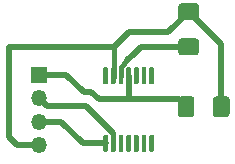
<source format=gbr>
%TF.GenerationSoftware,KiCad,Pcbnew,(5.1.6)-1*%
%TF.CreationDate,2020-09-29T17:07:27-07:00*%
%TF.ProjectId,TSSOP16 Breakout,5453534f-5031-4362-9042-7265616b6f75,rev?*%
%TF.SameCoordinates,Original*%
%TF.FileFunction,Copper,L1,Top*%
%TF.FilePolarity,Positive*%
%FSLAX46Y46*%
G04 Gerber Fmt 4.6, Leading zero omitted, Abs format (unit mm)*
G04 Created by KiCad (PCBNEW (5.1.6)-1) date 2020-09-29 17:07:27*
%MOMM*%
%LPD*%
G01*
G04 APERTURE LIST*
%TA.AperFunction,ComponentPad*%
%ADD10R,1.350000X1.350000*%
%TD*%
%TA.AperFunction,ComponentPad*%
%ADD11O,1.350000X1.350000*%
%TD*%
%TA.AperFunction,Conductor*%
%ADD12C,0.381000*%
%TD*%
%TA.AperFunction,Conductor*%
%ADD13C,0.508000*%
%TD*%
G04 APERTURE END LIST*
%TO.P,C1,1*%
%TO.N,Net-(C1-Pad1)*%
%TA.AperFunction,SMDPad,CuDef*%
G36*
G01*
X156550000Y-102225000D02*
X156550000Y-100975000D01*
G75*
G02*
X156800000Y-100725000I250000J0D01*
G01*
X157725000Y-100725000D01*
G75*
G02*
X157975000Y-100975000I0J-250000D01*
G01*
X157975000Y-102225000D01*
G75*
G02*
X157725000Y-102475000I-250000J0D01*
G01*
X156800000Y-102475000D01*
G75*
G02*
X156550000Y-102225000I0J250000D01*
G01*
G37*
%TD.AperFunction*%
%TO.P,C1,2*%
%TO.N,Net-(C1-Pad2)*%
%TA.AperFunction,SMDPad,CuDef*%
G36*
G01*
X159525000Y-102225000D02*
X159525000Y-100975000D01*
G75*
G02*
X159775000Y-100725000I250000J0D01*
G01*
X160700000Y-100725000D01*
G75*
G02*
X160950000Y-100975000I0J-250000D01*
G01*
X160950000Y-102225000D01*
G75*
G02*
X160700000Y-102475000I-250000J0D01*
G01*
X159775000Y-102475000D01*
G75*
G02*
X159525000Y-102225000I0J250000D01*
G01*
G37*
%TD.AperFunction*%
%TD*%
%TO.P,C2,2*%
%TO.N,Net-(C1-Pad2)*%
%TA.AperFunction,SMDPad,CuDef*%
G36*
G01*
X158105000Y-94257500D02*
X156855000Y-94257500D01*
G75*
G02*
X156605000Y-94007500I0J250000D01*
G01*
X156605000Y-93082500D01*
G75*
G02*
X156855000Y-92832500I250000J0D01*
G01*
X158105000Y-92832500D01*
G75*
G02*
X158355000Y-93082500I0J-250000D01*
G01*
X158355000Y-94007500D01*
G75*
G02*
X158105000Y-94257500I-250000J0D01*
G01*
G37*
%TD.AperFunction*%
%TO.P,C2,1*%
%TO.N,Net-(C2-Pad1)*%
%TA.AperFunction,SMDPad,CuDef*%
G36*
G01*
X158105000Y-97232500D02*
X156855000Y-97232500D01*
G75*
G02*
X156605000Y-96982500I0J250000D01*
G01*
X156605000Y-96057500D01*
G75*
G02*
X156855000Y-95807500I250000J0D01*
G01*
X158105000Y-95807500D01*
G75*
G02*
X158355000Y-96057500I0J-250000D01*
G01*
X158355000Y-96982500D01*
G75*
G02*
X158105000Y-97232500I-250000J0D01*
G01*
G37*
%TD.AperFunction*%
%TD*%
D10*
%TO.P,J1,1*%
%TO.N,Net-(C1-Pad1)*%
X144780000Y-98870000D03*
D11*
%TO.P,J1,2*%
%TO.N,Net-(J1-Pad2)*%
X144780000Y-100870000D03*
%TO.P,J1,3*%
%TO.N,Net-(J1-Pad3)*%
X144780000Y-102870000D03*
%TO.P,J1,4*%
%TO.N,Net-(C1-Pad2)*%
X144780000Y-104870000D03*
%TD*%
%TO.P,U1,1*%
%TO.N,Net-(J1-Pad3)*%
%TA.AperFunction,SMDPad,CuDef*%
G36*
G01*
X150550000Y-105435001D02*
X150350000Y-105435001D01*
G75*
G02*
X150250000Y-105335001I0J100000D01*
G01*
X150250000Y-104060001D01*
G75*
G02*
X150350000Y-103960001I100000J0D01*
G01*
X150550000Y-103960001D01*
G75*
G02*
X150650000Y-104060001I0J-100000D01*
G01*
X150650000Y-105335001D01*
G75*
G02*
X150550000Y-105435001I-100000J0D01*
G01*
G37*
%TD.AperFunction*%
%TO.P,U1,2*%
%TO.N,Net-(J1-Pad2)*%
%TA.AperFunction,SMDPad,CuDef*%
G36*
G01*
X151200000Y-105435001D02*
X151000000Y-105435001D01*
G75*
G02*
X150900000Y-105335001I0J100000D01*
G01*
X150900000Y-104060001D01*
G75*
G02*
X151000000Y-103960001I100000J0D01*
G01*
X151200000Y-103960001D01*
G75*
G02*
X151300000Y-104060001I0J-100000D01*
G01*
X151300000Y-105335001D01*
G75*
G02*
X151200000Y-105435001I-100000J0D01*
G01*
G37*
%TD.AperFunction*%
%TO.P,U1,3*%
%TO.N,Net-(U1-Pad3)*%
%TA.AperFunction,SMDPad,CuDef*%
G36*
G01*
X151850000Y-105435001D02*
X151650000Y-105435001D01*
G75*
G02*
X151550000Y-105335001I0J100000D01*
G01*
X151550000Y-104060001D01*
G75*
G02*
X151650000Y-103960001I100000J0D01*
G01*
X151850000Y-103960001D01*
G75*
G02*
X151950000Y-104060001I0J-100000D01*
G01*
X151950000Y-105335001D01*
G75*
G02*
X151850000Y-105435001I-100000J0D01*
G01*
G37*
%TD.AperFunction*%
%TO.P,U1,4*%
%TO.N,Net-(U1-Pad4)*%
%TA.AperFunction,SMDPad,CuDef*%
G36*
G01*
X152500000Y-105435001D02*
X152300000Y-105435001D01*
G75*
G02*
X152200000Y-105335001I0J100000D01*
G01*
X152200000Y-104060001D01*
G75*
G02*
X152300000Y-103960001I100000J0D01*
G01*
X152500000Y-103960001D01*
G75*
G02*
X152600000Y-104060001I0J-100000D01*
G01*
X152600000Y-105335001D01*
G75*
G02*
X152500000Y-105435001I-100000J0D01*
G01*
G37*
%TD.AperFunction*%
%TO.P,U1,5*%
%TO.N,Net-(U1-Pad5)*%
%TA.AperFunction,SMDPad,CuDef*%
G36*
G01*
X153150000Y-105435001D02*
X152950000Y-105435001D01*
G75*
G02*
X152850000Y-105335001I0J100000D01*
G01*
X152850000Y-104060001D01*
G75*
G02*
X152950000Y-103960001I100000J0D01*
G01*
X153150000Y-103960001D01*
G75*
G02*
X153250000Y-104060001I0J-100000D01*
G01*
X153250000Y-105335001D01*
G75*
G02*
X153150000Y-105435001I-100000J0D01*
G01*
G37*
%TD.AperFunction*%
%TO.P,U1,6*%
%TO.N,Net-(U1-Pad6)*%
%TA.AperFunction,SMDPad,CuDef*%
G36*
G01*
X153800000Y-105435001D02*
X153600000Y-105435001D01*
G75*
G02*
X153500000Y-105335001I0J100000D01*
G01*
X153500000Y-104060001D01*
G75*
G02*
X153600000Y-103960001I100000J0D01*
G01*
X153800000Y-103960001D01*
G75*
G02*
X153900000Y-104060001I0J-100000D01*
G01*
X153900000Y-105335001D01*
G75*
G02*
X153800000Y-105435001I-100000J0D01*
G01*
G37*
%TD.AperFunction*%
%TO.P,U1,7*%
%TO.N,Net-(U1-Pad7)*%
%TA.AperFunction,SMDPad,CuDef*%
G36*
G01*
X154450000Y-105435001D02*
X154250000Y-105435001D01*
G75*
G02*
X154150000Y-105335001I0J100000D01*
G01*
X154150000Y-104060001D01*
G75*
G02*
X154250000Y-103960001I100000J0D01*
G01*
X154450000Y-103960001D01*
G75*
G02*
X154550000Y-104060001I0J-100000D01*
G01*
X154550000Y-105335001D01*
G75*
G02*
X154450000Y-105435001I-100000J0D01*
G01*
G37*
%TD.AperFunction*%
%TO.P,U1,8*%
%TO.N,Net-(U1-Pad8)*%
%TA.AperFunction,SMDPad,CuDef*%
G36*
G01*
X154450000Y-99710001D02*
X154250000Y-99710001D01*
G75*
G02*
X154150000Y-99610001I0J100000D01*
G01*
X154150000Y-98335001D01*
G75*
G02*
X154250000Y-98235001I100000J0D01*
G01*
X154450000Y-98235001D01*
G75*
G02*
X154550000Y-98335001I0J-100000D01*
G01*
X154550000Y-99610001D01*
G75*
G02*
X154450000Y-99710001I-100000J0D01*
G01*
G37*
%TD.AperFunction*%
%TO.P,U1,9*%
%TO.N,Net-(U1-Pad9)*%
%TA.AperFunction,SMDPad,CuDef*%
G36*
G01*
X153800000Y-99710001D02*
X153600000Y-99710001D01*
G75*
G02*
X153500000Y-99610001I0J100000D01*
G01*
X153500000Y-98335001D01*
G75*
G02*
X153600000Y-98235001I100000J0D01*
G01*
X153800000Y-98235001D01*
G75*
G02*
X153900000Y-98335001I0J-100000D01*
G01*
X153900000Y-99610001D01*
G75*
G02*
X153800000Y-99710001I-100000J0D01*
G01*
G37*
%TD.AperFunction*%
%TO.P,U1,10*%
%TO.N,Net-(U1-Pad10)*%
%TA.AperFunction,SMDPad,CuDef*%
G36*
G01*
X153150000Y-99710001D02*
X152950000Y-99710001D01*
G75*
G02*
X152850000Y-99610001I0J100000D01*
G01*
X152850000Y-98335001D01*
G75*
G02*
X152950000Y-98235001I100000J0D01*
G01*
X153150000Y-98235001D01*
G75*
G02*
X153250000Y-98335001I0J-100000D01*
G01*
X153250000Y-99610001D01*
G75*
G02*
X153150000Y-99710001I-100000J0D01*
G01*
G37*
%TD.AperFunction*%
%TO.P,U1,11*%
%TO.N,Net-(C1-Pad1)*%
%TA.AperFunction,SMDPad,CuDef*%
G36*
G01*
X152500000Y-99710001D02*
X152300000Y-99710001D01*
G75*
G02*
X152200000Y-99610001I0J100000D01*
G01*
X152200000Y-98335001D01*
G75*
G02*
X152300000Y-98235001I100000J0D01*
G01*
X152500000Y-98235001D01*
G75*
G02*
X152600000Y-98335001I0J-100000D01*
G01*
X152600000Y-99610001D01*
G75*
G02*
X152500000Y-99710001I-100000J0D01*
G01*
G37*
%TD.AperFunction*%
%TO.P,U1,12*%
%TO.N,Net-(C2-Pad1)*%
%TA.AperFunction,SMDPad,CuDef*%
G36*
G01*
X151850000Y-99710001D02*
X151650000Y-99710001D01*
G75*
G02*
X151550000Y-99610001I0J100000D01*
G01*
X151550000Y-98335001D01*
G75*
G02*
X151650000Y-98235001I100000J0D01*
G01*
X151850000Y-98235001D01*
G75*
G02*
X151950000Y-98335001I0J-100000D01*
G01*
X151950000Y-99610001D01*
G75*
G02*
X151850000Y-99710001I-100000J0D01*
G01*
G37*
%TD.AperFunction*%
%TO.P,U1,13*%
%TO.N,Net-(C1-Pad2)*%
%TA.AperFunction,SMDPad,CuDef*%
G36*
G01*
X151200000Y-99710001D02*
X151000000Y-99710001D01*
G75*
G02*
X150900000Y-99610001I0J100000D01*
G01*
X150900000Y-98335001D01*
G75*
G02*
X151000000Y-98235001I100000J0D01*
G01*
X151200000Y-98235001D01*
G75*
G02*
X151300000Y-98335001I0J-100000D01*
G01*
X151300000Y-99610001D01*
G75*
G02*
X151200000Y-99710001I-100000J0D01*
G01*
G37*
%TD.AperFunction*%
%TO.P,U1,14*%
%TO.N,Net-(U1-Pad14)*%
%TA.AperFunction,SMDPad,CuDef*%
G36*
G01*
X150550000Y-99710001D02*
X150350000Y-99710001D01*
G75*
G02*
X150250000Y-99610001I0J100000D01*
G01*
X150250000Y-98335001D01*
G75*
G02*
X150350000Y-98235001I100000J0D01*
G01*
X150550000Y-98235001D01*
G75*
G02*
X150650000Y-98335001I0J-100000D01*
G01*
X150650000Y-99610001D01*
G75*
G02*
X150550000Y-99710001I-100000J0D01*
G01*
G37*
%TD.AperFunction*%
%TD*%
D12*
%TO.N,Net-(C1-Pad1)*%
X152400000Y-98972501D02*
X152400000Y-99753689D01*
D13*
X147130000Y-98870000D02*
X148590000Y-100330000D01*
X144780000Y-98870000D02*
X147130000Y-98870000D01*
X152400000Y-99753689D02*
X152400000Y-100965000D01*
X152400000Y-100965000D02*
X149860000Y-100965000D01*
X149225000Y-100330000D02*
X148590000Y-100330000D01*
X149860000Y-100965000D02*
X149225000Y-100330000D01*
X156627500Y-100965000D02*
X157262500Y-101600000D01*
X152400000Y-100965000D02*
X156627500Y-100965000D01*
D12*
%TO.N,Net-(C1-Pad2)*%
X151130000Y-96520000D02*
X151130000Y-99060000D01*
D13*
X142970000Y-104870000D02*
X142240000Y-104140000D01*
X144780000Y-104870000D02*
X142970000Y-104870000D01*
X142240000Y-104140000D02*
X142240000Y-96520000D01*
X142240000Y-96520000D02*
X151130000Y-96520000D01*
X155775000Y-95250000D02*
X157480000Y-93545000D01*
X151130000Y-96520000D02*
X152400000Y-95250000D01*
X152400000Y-95250000D02*
X155775000Y-95250000D01*
X157480000Y-93545000D02*
X160237500Y-96302500D01*
X160237500Y-96302500D02*
X160237500Y-101600000D01*
D12*
%TO.N,Net-(C2-Pad1)*%
X151750000Y-98972501D02*
X151750000Y-98191313D01*
D13*
X152840303Y-97101011D02*
X152275657Y-97665657D01*
X153421313Y-96520000D02*
X152840303Y-97101011D01*
X157480000Y-96520000D02*
X153421313Y-96520000D01*
D12*
X151750000Y-98191313D02*
X152275657Y-97665657D01*
%TO.N,Net-(J1-Pad2)*%
X151100000Y-103916313D02*
X148728686Y-101544999D01*
X151100000Y-104697501D02*
X151100000Y-103916313D01*
D13*
X144780000Y-100870000D02*
X145454999Y-101544999D01*
X145454999Y-101544999D02*
X146105001Y-101544999D01*
X146105001Y-101544999D02*
X148728686Y-101544999D01*
X148728686Y-101544999D02*
X148818488Y-101544999D01*
X148818488Y-101544999D02*
X151100000Y-103826511D01*
%TO.N,Net-(J1-Pad3)*%
X144780000Y-102870000D02*
X146685000Y-102870000D01*
X148512501Y-104697501D02*
X150445990Y-104697501D01*
X146685000Y-102870000D02*
X148512501Y-104697501D01*
%TD*%
M02*

</source>
